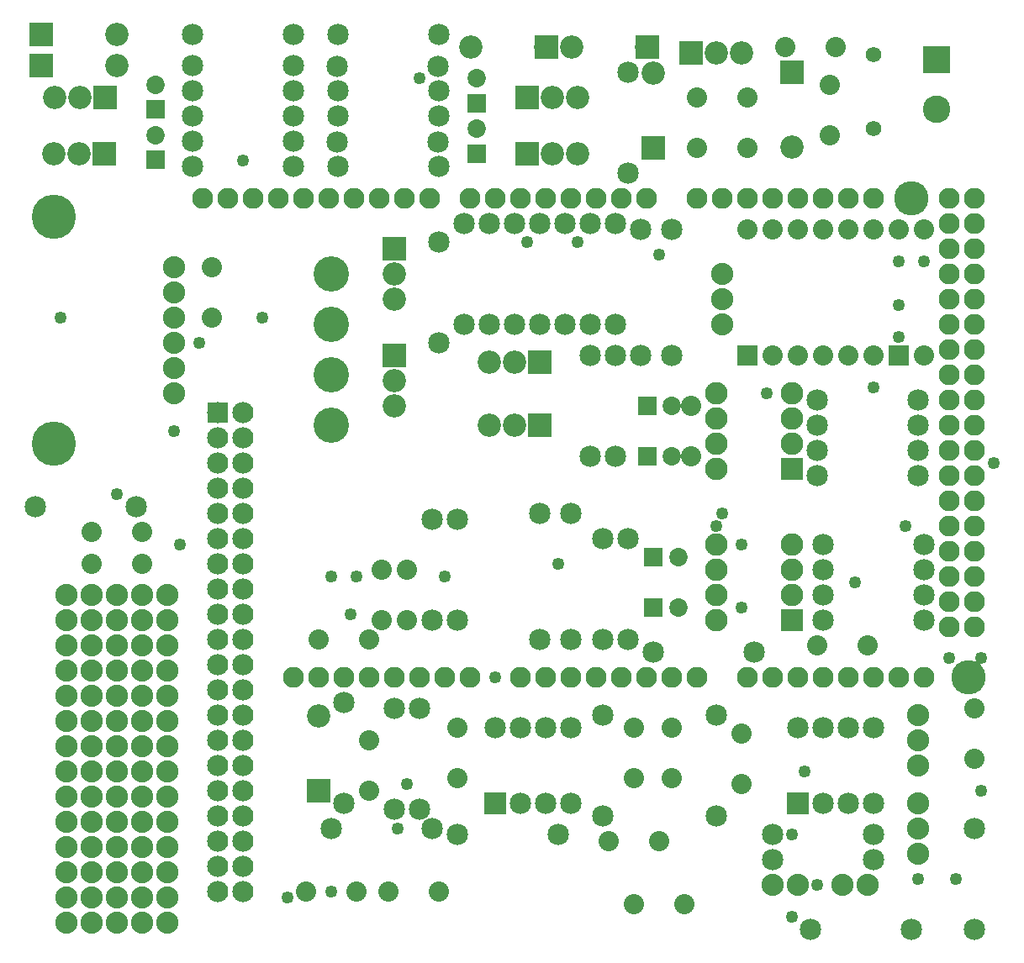
<source format=gbs>
G04 MADE WITH FRITZING*
G04 WWW.FRITZING.ORG*
G04 DOUBLE SIDED*
G04 HOLES PLATED*
G04 CONTOUR ON CENTER OF CONTOUR VECTOR*
%ASAXBY*%
%FSLAX23Y23*%
%MOIN*%
%OFA0B0*%
%SFA1.0B1.0*%
%ADD10C,0.049370*%
%ADD11C,0.085000*%
%ADD12C,0.080000*%
%ADD13C,0.088000*%
%ADD14C,0.140000*%
%ADD15C,0.084000*%
%ADD16C,0.082917*%
%ADD17C,0.135984*%
%ADD18C,0.175354*%
%ADD19C,0.092000*%
%ADD20C,0.061496*%
%ADD21C,0.089370*%
%ADD22C,0.072992*%
%ADD23C,0.109055*%
%ADD24R,0.080000X0.080000*%
%ADD25R,0.085000X0.085000*%
%ADD26R,0.084000X0.084000*%
%ADD27R,0.092000X0.092000*%
%ADD28R,0.089370X0.089370*%
%ADD29R,0.072992X0.072992*%
%ADD30R,0.109055X0.109055*%
%LNMASK0*%
G90*
G70*
G54D10*
X3691Y1303D03*
X3816Y1303D03*
G54D11*
X2416Y3628D03*
X2416Y3228D03*
G54D10*
X3491Y2878D03*
X3491Y2703D03*
X3491Y2578D03*
X3066Y603D03*
X3116Y853D03*
X3591Y2878D03*
X2216Y2953D03*
X2016Y2953D03*
X966Y2653D03*
X716Y2553D03*
X391Y1953D03*
X616Y2203D03*
X641Y1753D03*
X2866Y1753D03*
X2966Y2353D03*
X3391Y2378D03*
X1502Y628D03*
G54D12*
X3591Y3003D03*
X3591Y2503D03*
X3491Y3003D03*
X3491Y2503D03*
X3391Y3003D03*
X3391Y2503D03*
X3291Y3003D03*
X3291Y2503D03*
X3191Y3003D03*
X3191Y2503D03*
X3091Y3003D03*
X3091Y2503D03*
X2991Y3003D03*
X2991Y2503D03*
X2891Y3003D03*
X2891Y2503D03*
G54D10*
X3866Y2078D03*
X1591Y3603D03*
X3166Y403D03*
X3716Y428D03*
X3816Y778D03*
X891Y3278D03*
X1541Y803D03*
X1891Y1228D03*
G54D11*
X3791Y228D03*
X3791Y628D03*
X3141Y228D03*
X3541Y228D03*
G54D13*
X191Y1553D03*
X291Y1553D03*
X391Y1553D03*
X491Y1553D03*
X591Y1553D03*
X191Y253D03*
X291Y253D03*
X391Y253D03*
X491Y253D03*
X591Y253D03*
X191Y853D03*
X191Y1153D03*
X191Y353D03*
X291Y353D03*
X391Y353D03*
X491Y353D03*
X591Y353D03*
X191Y1353D03*
X191Y1253D03*
X191Y1053D03*
X191Y753D03*
X191Y453D03*
X191Y953D03*
X191Y1453D03*
X191Y653D03*
X191Y553D03*
X291Y853D03*
X291Y1153D03*
X291Y1353D03*
X291Y1253D03*
X291Y1053D03*
X291Y753D03*
X291Y453D03*
X291Y953D03*
X291Y1453D03*
X291Y653D03*
X291Y553D03*
X391Y853D03*
X391Y1153D03*
X391Y1353D03*
X391Y1253D03*
X391Y1053D03*
X391Y753D03*
X391Y453D03*
X391Y953D03*
X391Y1453D03*
X391Y653D03*
X391Y553D03*
X491Y853D03*
X491Y1153D03*
X491Y1353D03*
X491Y1253D03*
X491Y1053D03*
X491Y753D03*
X491Y453D03*
X491Y953D03*
X491Y1453D03*
X491Y653D03*
X491Y553D03*
X591Y453D03*
X591Y553D03*
X591Y653D03*
X591Y753D03*
X591Y853D03*
X591Y953D03*
X591Y1053D03*
X591Y1153D03*
X591Y1253D03*
X591Y1353D03*
X591Y1453D03*
G54D11*
X1891Y728D03*
X1891Y1028D03*
X1991Y728D03*
X1991Y1028D03*
X2091Y728D03*
X2091Y1028D03*
X2191Y728D03*
X2191Y1028D03*
G54D14*
X1241Y2628D03*
X1241Y2828D03*
X1241Y2428D03*
X1241Y2228D03*
G54D10*
X1316Y1478D03*
X3316Y1603D03*
X2866Y1503D03*
X2141Y1678D03*
X1691Y1628D03*
X1241Y378D03*
X1066Y353D03*
X166Y2653D03*
X3566Y428D03*
X2541Y2903D03*
X3066Y278D03*
X2791Y1878D03*
X2766Y1828D03*
X1241Y1628D03*
X1341Y1628D03*
X3516Y1828D03*
G54D11*
X3091Y728D03*
X3091Y1028D03*
X3191Y728D03*
X3191Y1028D03*
X3291Y728D03*
X3291Y1028D03*
X3391Y728D03*
X3391Y1028D03*
G54D15*
X891Y2278D03*
X891Y2178D03*
X891Y2078D03*
X891Y1978D03*
X891Y1878D03*
X891Y1778D03*
X891Y1678D03*
X891Y1578D03*
X891Y1478D03*
X891Y1378D03*
X891Y1278D03*
X891Y1178D03*
X891Y1078D03*
X891Y978D03*
X891Y878D03*
X891Y778D03*
X891Y678D03*
X891Y578D03*
X891Y478D03*
X891Y378D03*
X791Y2278D03*
X791Y2178D03*
X791Y2078D03*
X791Y1978D03*
X791Y1878D03*
X791Y1778D03*
X791Y1678D03*
X791Y1578D03*
X791Y1478D03*
X791Y1378D03*
X791Y1278D03*
X791Y1178D03*
X791Y1078D03*
X791Y978D03*
X791Y878D03*
X791Y778D03*
X791Y678D03*
X791Y578D03*
X791Y478D03*
X791Y378D03*
G54D16*
X2991Y1228D03*
X1391Y1228D03*
X3091Y1228D03*
X3191Y1228D03*
X3291Y1228D03*
X3391Y1228D03*
X3691Y2628D03*
X3491Y1228D03*
X3591Y1228D03*
X1431Y3128D03*
X1991Y1228D03*
X2091Y1228D03*
X2191Y1228D03*
X2291Y1228D03*
X3691Y1828D03*
X2391Y1228D03*
X2491Y1228D03*
X2591Y1228D03*
X2691Y1228D03*
X2191Y3128D03*
X3691Y3028D03*
X3691Y2228D03*
X3691Y1428D03*
X1031Y3128D03*
X1791Y1228D03*
X1791Y3128D03*
X3691Y2828D03*
X3691Y2428D03*
X3691Y2028D03*
X3391Y3128D03*
X3691Y1628D03*
X3291Y3128D03*
X3191Y3128D03*
X3091Y3128D03*
X2991Y3128D03*
X2891Y3128D03*
X2791Y3128D03*
X2691Y3128D03*
X831Y3128D03*
X1231Y3128D03*
X1631Y3128D03*
X1191Y1228D03*
X1591Y1228D03*
X2391Y3128D03*
X1991Y3128D03*
X3691Y3128D03*
X3691Y2928D03*
X3691Y2728D03*
X3691Y2528D03*
X3691Y2328D03*
X3691Y2128D03*
X3691Y1928D03*
X3691Y1728D03*
X3691Y1528D03*
X731Y3128D03*
X931Y3128D03*
X1131Y3128D03*
X1331Y3128D03*
X1531Y3128D03*
X1091Y1228D03*
X1291Y1228D03*
X1491Y1228D03*
X1691Y1228D03*
X2491Y3128D03*
X2291Y3128D03*
X2091Y3128D03*
X1891Y3128D03*
X3791Y3128D03*
X3791Y3028D03*
X3791Y2928D03*
X3791Y2828D03*
X3791Y2728D03*
X3791Y2628D03*
X3791Y2528D03*
X3791Y2428D03*
X3791Y2328D03*
X3791Y2228D03*
X3791Y2128D03*
X3791Y2028D03*
X3791Y1928D03*
X3791Y1828D03*
X3791Y1728D03*
X3791Y1628D03*
X3791Y1528D03*
X3791Y1428D03*
X2891Y1228D03*
G54D17*
X3766Y1228D03*
X3541Y3128D03*
G54D18*
X141Y3053D03*
G54D19*
X1491Y2503D03*
X1491Y2403D03*
X1491Y2303D03*
X2066Y2478D03*
X1966Y2478D03*
X1866Y2478D03*
X1491Y2928D03*
X1491Y2828D03*
X1491Y2728D03*
X2066Y2228D03*
X1966Y2228D03*
X1866Y2228D03*
G54D12*
X1191Y1378D03*
X1391Y1378D03*
G54D11*
X1291Y728D03*
X1291Y1128D03*
G54D19*
X2516Y3328D03*
X2516Y3626D03*
G54D11*
X466Y1903D03*
X66Y1903D03*
G54D18*
X141Y2153D03*
G54D13*
X616Y2853D03*
X616Y2753D03*
X616Y2653D03*
X616Y2553D03*
X616Y2453D03*
X616Y2353D03*
X3566Y528D03*
X3566Y628D03*
X3566Y728D03*
X3566Y1078D03*
X3566Y978D03*
X3566Y878D03*
X2791Y2828D03*
X2791Y2728D03*
X2791Y2628D03*
G54D11*
X2991Y603D03*
X3391Y603D03*
X2991Y503D03*
X3391Y503D03*
G54D13*
X2991Y403D03*
X3091Y403D03*
X3266Y403D03*
X3366Y403D03*
G54D11*
X3591Y1453D03*
X3191Y1453D03*
X2366Y3028D03*
X2366Y2628D03*
X2266Y3028D03*
X2266Y2628D03*
X3566Y2028D03*
X3166Y2028D03*
X3591Y1753D03*
X3191Y1753D03*
X2166Y3028D03*
X2166Y2628D03*
X1666Y2953D03*
X1666Y2553D03*
X3566Y2328D03*
X3166Y2328D03*
G54D19*
X2666Y3703D03*
X2766Y3703D03*
X2866Y3703D03*
G54D12*
X3041Y3728D03*
X3241Y3728D03*
X2891Y3528D03*
X2891Y3328D03*
X3216Y3378D03*
X3216Y3578D03*
X2691Y3528D03*
X2691Y3328D03*
G54D19*
X3066Y3628D03*
X3066Y3330D03*
G54D20*
X3391Y3403D03*
X3391Y3698D03*
G54D21*
X3066Y1453D03*
X2766Y1453D03*
X3066Y1553D03*
X2766Y1553D03*
X3066Y1653D03*
X2766Y1653D03*
X3066Y1753D03*
X2766Y1753D03*
X3066Y2053D03*
X2766Y2053D03*
X3066Y2153D03*
X2766Y2153D03*
X3066Y2253D03*
X2766Y2253D03*
X3066Y2353D03*
X2766Y2353D03*
G54D11*
X3591Y1553D03*
X3191Y1553D03*
X1866Y3028D03*
X1866Y2628D03*
X1966Y3028D03*
X1966Y2628D03*
X3566Y2128D03*
X3166Y2128D03*
X3591Y1653D03*
X3191Y1653D03*
X2066Y3028D03*
X2066Y2628D03*
X1766Y3028D03*
X1766Y2628D03*
X3566Y2228D03*
X3166Y2228D03*
G54D12*
X3366Y1353D03*
X3166Y1353D03*
G54D11*
X2066Y1378D03*
X2066Y1878D03*
G54D12*
X2666Y2103D03*
X2666Y2303D03*
G54D11*
X2591Y2503D03*
X2591Y3003D03*
X2191Y1878D03*
X2191Y1378D03*
X2466Y3003D03*
X2466Y2503D03*
X2416Y1778D03*
X2416Y1378D03*
X2266Y2103D03*
X2266Y2503D03*
X2316Y1778D03*
X2316Y1378D03*
X2366Y2103D03*
X2366Y2503D03*
G54D22*
X2518Y1703D03*
X2616Y1703D03*
X2493Y2303D03*
X2591Y2303D03*
X2518Y1503D03*
X2616Y1503D03*
X2493Y2103D03*
X2591Y2103D03*
G54D11*
X1741Y1853D03*
X1741Y1453D03*
X2141Y603D03*
X1741Y603D03*
X1641Y628D03*
X1241Y628D03*
G54D12*
X1741Y828D03*
X1741Y1028D03*
X1666Y378D03*
X1466Y378D03*
X1391Y778D03*
X1391Y978D03*
X1341Y378D03*
X1141Y378D03*
G54D11*
X1591Y703D03*
X1591Y1103D03*
X1491Y703D03*
X1491Y1103D03*
G54D19*
X1191Y778D03*
X1191Y1076D03*
G54D12*
X2866Y803D03*
X2866Y1003D03*
X291Y1678D03*
X491Y1678D03*
X2441Y828D03*
X2441Y1028D03*
X766Y2853D03*
X766Y2653D03*
X291Y1803D03*
X491Y1803D03*
X2341Y578D03*
X2541Y578D03*
X2641Y328D03*
X2441Y328D03*
G54D11*
X2766Y678D03*
X2766Y1078D03*
X2316Y678D03*
X2316Y1078D03*
X2916Y1328D03*
X2516Y1328D03*
G54D12*
X1441Y1453D03*
X1441Y1653D03*
X2591Y828D03*
X2591Y1028D03*
X3791Y1103D03*
X3791Y903D03*
X1541Y1653D03*
X1541Y1453D03*
G54D11*
X1641Y1853D03*
X1641Y1453D03*
X1091Y3253D03*
X691Y3253D03*
X1266Y3253D03*
X1666Y3253D03*
X1091Y3553D03*
X691Y3553D03*
X1266Y3553D03*
X1666Y3553D03*
G54D22*
X542Y3281D03*
X542Y3379D03*
X1816Y3305D03*
X1816Y3403D03*
X542Y3481D03*
X542Y3579D03*
X1816Y3505D03*
X1816Y3603D03*
G54D19*
X91Y3653D03*
X389Y3653D03*
X2091Y3728D03*
X1793Y3728D03*
X91Y3778D03*
X389Y3778D03*
X2491Y3728D03*
X2193Y3728D03*
X341Y3303D03*
X241Y3303D03*
X141Y3303D03*
X2016Y3303D03*
X2116Y3303D03*
X2216Y3303D03*
X342Y3529D03*
X242Y3529D03*
X142Y3529D03*
X2016Y3528D03*
X2116Y3528D03*
X2216Y3528D03*
G54D11*
X1091Y3353D03*
X691Y3353D03*
X1265Y3352D03*
X1665Y3352D03*
X1091Y3653D03*
X691Y3653D03*
X1265Y3652D03*
X1665Y3652D03*
X1091Y3453D03*
X691Y3453D03*
X1266Y3453D03*
X1666Y3453D03*
X1091Y3778D03*
X691Y3778D03*
X1266Y3778D03*
X1666Y3778D03*
G54D23*
X3641Y3678D03*
X3641Y3481D03*
G54D24*
X2891Y2503D03*
X3491Y2503D03*
G54D25*
X1891Y728D03*
X3091Y728D03*
G54D26*
X791Y2278D03*
G54D27*
X1491Y2503D03*
X2066Y2478D03*
X1491Y2928D03*
X2066Y2228D03*
X2516Y3327D03*
X2666Y3703D03*
X3066Y3629D03*
G54D28*
X3066Y1453D03*
X3066Y2053D03*
G54D29*
X2518Y1703D03*
X2493Y2303D03*
X2518Y1503D03*
X2493Y2103D03*
G54D27*
X1191Y777D03*
G54D29*
X542Y3281D03*
X1816Y3305D03*
X542Y3481D03*
X1816Y3505D03*
G54D27*
X90Y3653D03*
X2092Y3728D03*
X90Y3778D03*
X2492Y3728D03*
X341Y3303D03*
X2016Y3303D03*
X342Y3529D03*
X2016Y3528D03*
G54D30*
X3641Y3678D03*
G04 End of Mask0*
M02*
</source>
